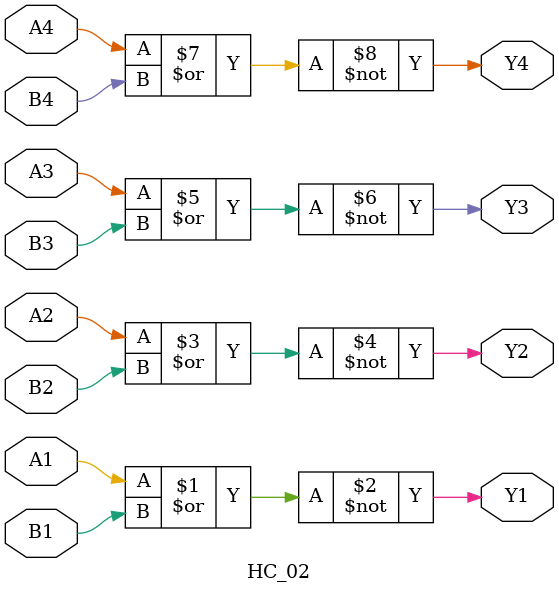
<source format=v>
module HC_02(A1, B1, A2, B2, A3, B3, A4, B4, Y1, Y2, Y3, Y4);

input A1, B1, A2, B2, A3, B3, A4, B4;
output Y1, Y2, Y3, Y4;

assign Y1 = ~(A1|B1);
assign Y2 = ~(A2|B2);
assign Y3 = ~(A3|B3);
assign Y4 = ~(A4|B4);

endmodule
</source>
